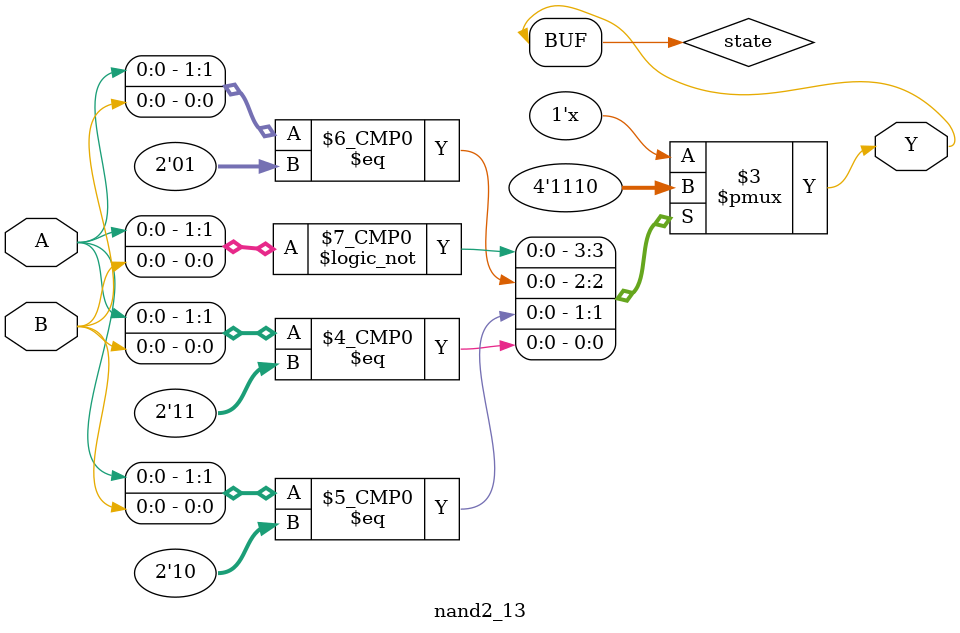
<source format=sv>
module nand2_13 (
    input wire A, B,
    output reg Y
);
    reg state;

    always @(A or B) begin
        case ({A, B})
            2'b00: state = 1; // NAND(0,0) = 1
            2'b01: state = 1; // NAND(0,1) = 1
            2'b10: state = 1; // NAND(1,0) = 1
            2'b11: state = 0; // NAND(1,1) = 0
        endcase
    end

    always @(state) begin
        Y = state;
    end
endmodule

</source>
